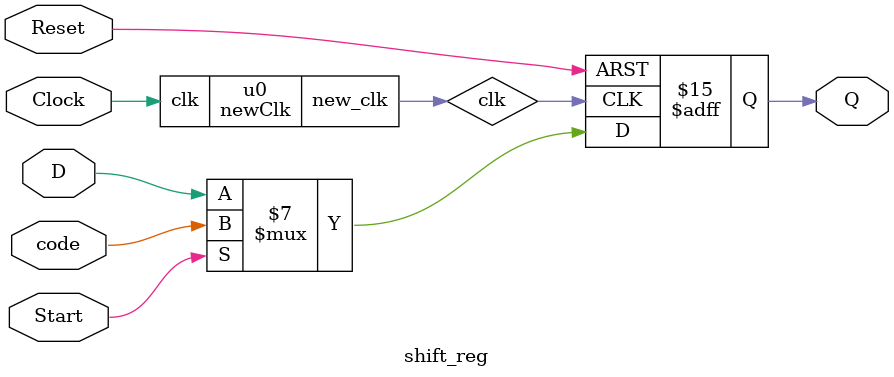
<source format=v>
`timescale 1ns / 1ns // `timescale time_unit/time_precision

module part3(ClockIn, Resetn, Start, Letter, DotDashOut);
	input ClockIn, Resetn, Start; 
	input [2:0] Letter;	
	output wire DotDashOut;
	wire [11:0] Q; 
	reg [11:0] code;
	
	parameter A = 3'b000, B = 3'b001, C = 3'b010, D = 3'b011, E = 3'b100, F = 3'b101, G = 3'b110, H = 3'b111;
	
	always@(*)
	begin
		if (Start)
			case(Letter)
				A: code <= 12'b101110000000;
				B: code <= 12'b111010101000;
				C: code <= 12'b111010111010;
				D: code <= 12'b111010100000;
				E: code <= 12'b100000000000;
				F: code <= 12'b101011101000;
				G: code <= 12'b111011101000;
				H: code <= 12'b101010100000;
			endcase
	end
	
	assign DotDashOut = Q[11];
	//12 bit shift register to output DotDashOut 1 bit at a time
	shift_reg r11 (.Clock(ClockIn), .Reset(Resetn), .Start(Start), .Q(Q[11]), .D(Q[10]), .code(code[11]));
	shift_reg r10 (.Clock(ClockIn), .Reset(Resetn), .Start(Start), .Q(Q[10]), .D(Q[9]), .code(code[10]));
	shift_reg r9 (.Clock(ClockIn), .Reset(Resetn), .Start(Start), .Q(Q[9]), .D(Q[8]), .code(code[9]));
	shift_reg r8 (.Clock(ClockIn), .Reset(Resetn), .Start(Start), .Q(Q[8]), .D(Q[7]), .code(code[8]));
	shift_reg r7 (.Clock(ClockIn), .Reset(Resetn), .Start(Start), .Q(Q[7]), .D(Q[6]), .code(code[7]));
	shift_reg r6 (.Clock(ClockIn), .Reset(Resetn), .Start(Start), .Q(Q[6]), .D(Q[5]), .code(code[6]));
	shift_reg r5 (.Clock(ClockIn), .Reset(Resetn), .Start(Start), .Q(Q[5]), .D(Q[4]), .code(code[5]));
	shift_reg r4 (.Clock(ClockIn), .Reset(Resetn), .Start(Start), .Q(Q[4]), .D(Q[3]), .code(code[4]));
	shift_reg r3 (.Clock(ClockIn), .Reset(Resetn), .Start(Start), .Q(Q[3]), .D(Q[2]), .code(code[3]));
	shift_reg r2 (.Clock(ClockIn), .Reset(Resetn), .Start(Start), .Q(Q[2]), .D(Q[1]), .code(code[2]));
	shift_reg r1 (.Clock(ClockIn), .Reset(Resetn), .Start(Start), .Q(Q[1]), .D(Q[0]), .code(code[1]));
	shift_reg r0 (.Clock(ClockIn), .Reset(Resetn), .Start(Start), .Q(Q[0]), .D(Q[11]), .code(code[0]));
	
	
endmodule

module newClk (clk, new_clk);
	input clk;
	output reg new_clk;
	reg [11:0] RateDivider; 
	
	always@(posedge clk)
	begin
		if (RateDivider == 250) begin
			new_clk <= 1; 
			RateDivider <= 0; 
		end
		else begin
			new_clk <= 0;
			RateDivider <= RateDivider + 1;
		end
	end

endmodule

module shift_reg(Clock, Reset, Start, Q, D, code);
	input Clock, Reset, D, code, Start;
	wire clk;
	reg Enable;
	reg temp;
	output reg Q;
	
	
	newClk u0(.clk(Clock), .new_clk(clk));
	
	
	always @(posedge clk, negedge Reset)
	begin
	
		if (Reset == 1'b0)
			Q <= 1'b0; 
		else begin
			if (Start)
				Q <= code;
			else
				Q <= D;
		end		
			
	end
	
	

endmodule

</source>
